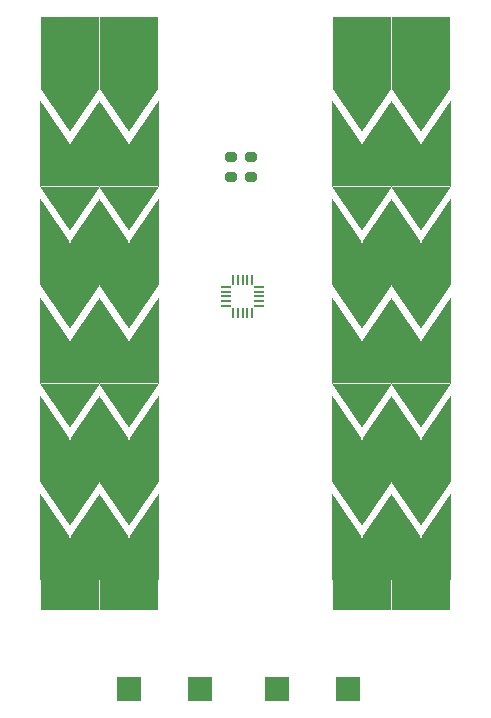
<source format=gbr>
%TF.GenerationSoftware,KiCad,Pcbnew,9.0.0*%
%TF.CreationDate,2025-04-04T14:44:08+08:00*%
%TF.ProjectId,modwheel,6d6f6477-6865-4656-9c2e-6b696361645f,rev?*%
%TF.SameCoordinates,Original*%
%TF.FileFunction,Soldermask,Top*%
%TF.FilePolarity,Negative*%
%FSLAX46Y46*%
G04 Gerber Fmt 4.6, Leading zero omitted, Abs format (unit mm)*
G04 Created by KiCad (PCBNEW 9.0.0) date 2025-04-04 14:44:08*
%MOMM*%
%LPD*%
G01*
G04 APERTURE LIST*
G04 Aperture macros list*
%AMRoundRect*
0 Rectangle with rounded corners*
0 $1 Rounding radius*
0 $2 $3 $4 $5 $6 $7 $8 $9 X,Y pos of 4 corners*
0 Add a 4 corners polygon primitive as box body*
4,1,4,$2,$3,$4,$5,$6,$7,$8,$9,$2,$3,0*
0 Add four circle primitives for the rounded corners*
1,1,$1+$1,$2,$3*
1,1,$1+$1,$4,$5*
1,1,$1+$1,$6,$7*
1,1,$1+$1,$8,$9*
0 Add four rect primitives between the rounded corners*
20,1,$1+$1,$2,$3,$4,$5,0*
20,1,$1+$1,$4,$5,$6,$7,0*
20,1,$1+$1,$6,$7,$8,$9,0*
20,1,$1+$1,$8,$9,$2,$3,0*%
%AMOutline4P*
0 Free polygon, 4 corners , with rotation*
0 The origin of the aperture is its center*
0 number of corners: always 4*
0 $1 to $8 corner X, Y*
0 $9 Rotation angle, in degrees counterclockwise*
0 create outline with 4 corners*
4,1,4,$1,$2,$3,$4,$5,$6,$7,$8,$1,$2,$9*%
%AMFreePoly0*
4,1,14,0.354215,0.088284,0.450784,-0.008285,0.462500,-0.036569,0.462500,-0.060000,0.450784,-0.088284,0.422500,-0.100000,-0.422500,-0.100000,-0.450784,-0.088284,-0.462500,-0.060000,-0.462500,0.060000,-0.450784,0.088284,-0.422500,0.100000,0.325931,0.100000,0.354215,0.088284,0.354215,0.088284,$1*%
%AMFreePoly1*
4,1,14,0.450784,0.088284,0.462500,0.060000,0.462500,0.036569,0.450784,0.008285,0.354215,-0.088284,0.325931,-0.100000,-0.422500,-0.100000,-0.450784,-0.088284,-0.462500,-0.060000,-0.462500,0.060000,-0.450784,0.088284,-0.422500,0.100000,0.422500,0.100000,0.450784,0.088284,0.450784,0.088284,$1*%
%AMFreePoly2*
4,1,14,0.088284,0.450784,0.100000,0.422500,0.100000,-0.422500,0.088284,-0.450784,0.060000,-0.462500,-0.060000,-0.462500,-0.088284,-0.450784,-0.100000,-0.422500,-0.100000,0.325931,-0.088284,0.354215,0.008285,0.450784,0.036569,0.462500,0.060000,0.462500,0.088284,0.450784,0.088284,0.450784,$1*%
%AMFreePoly3*
4,1,14,-0.008285,0.450784,0.088284,0.354215,0.100000,0.325931,0.100000,-0.422500,0.088284,-0.450784,0.060000,-0.462500,-0.060000,-0.462500,-0.088284,-0.450784,-0.100000,-0.422500,-0.100000,0.422500,-0.088284,0.450784,-0.060000,0.462500,-0.036569,0.462500,-0.008285,0.450784,-0.008285,0.450784,$1*%
%AMFreePoly4*
4,1,14,0.450784,0.088284,0.462500,0.060000,0.462500,-0.060000,0.450784,-0.088284,0.422500,-0.100000,-0.325931,-0.100000,-0.354215,-0.088284,-0.450784,0.008285,-0.462500,0.036569,-0.462500,0.060000,-0.450784,0.088284,-0.422500,0.100000,0.422500,0.100000,0.450784,0.088284,0.450784,0.088284,$1*%
%AMFreePoly5*
4,1,14,0.450784,0.088284,0.462500,0.060000,0.462500,-0.060000,0.450784,-0.088284,0.422500,-0.100000,-0.422500,-0.100000,-0.450784,-0.088284,-0.462500,-0.060000,-0.462500,-0.036569,-0.450784,-0.008285,-0.354215,0.088284,-0.325931,0.100000,0.422500,0.100000,0.450784,0.088284,0.450784,0.088284,$1*%
%AMFreePoly6*
4,1,14,0.088284,0.450784,0.100000,0.422500,0.100000,-0.325931,0.088284,-0.354215,-0.008285,-0.450784,-0.036569,-0.462500,-0.060000,-0.462500,-0.088284,-0.450784,-0.100000,-0.422500,-0.100000,0.422500,-0.088284,0.450784,-0.060000,0.462500,0.060000,0.462500,0.088284,0.450784,0.088284,0.450784,$1*%
%AMFreePoly7*
4,1,14,0.088284,0.450784,0.100000,0.422500,0.100000,-0.422500,0.088284,-0.450784,0.060000,-0.462500,0.036569,-0.462500,0.008285,-0.450784,-0.088284,-0.354215,-0.100000,-0.325931,-0.100000,0.422500,-0.088284,0.450784,-0.060000,0.462500,0.060000,0.462500,0.088284,0.450784,0.088284,0.450784,$1*%
G04 Aperture macros list end*
%ADD10RoundRect,0.200000X0.275000X-0.200000X0.275000X0.200000X-0.275000X0.200000X-0.275000X-0.200000X0*%
%ADD11FreePoly0,270.000000*%
%ADD12RoundRect,0.050000X-0.050000X0.412500X-0.050000X-0.412500X0.050000X-0.412500X0.050000X0.412500X0*%
%ADD13FreePoly1,270.000000*%
%ADD14FreePoly2,270.000000*%
%ADD15RoundRect,0.050000X-0.412500X0.050000X-0.412500X-0.050000X0.412500X-0.050000X0.412500X0.050000X0*%
%ADD16FreePoly3,270.000000*%
%ADD17FreePoly4,270.000000*%
%ADD18FreePoly5,270.000000*%
%ADD19FreePoly6,270.000000*%
%ADD20FreePoly7,270.000000*%
%ADD21R,2.100000X2.000000*%
%ADD22R,5.000000X6.111111*%
%ADD23Outline4P,0.000000X-1.250000X0.000000X-1.250000X3.666666X1.250000X-3.666666X1.250000X90.000000*%
%ADD24Outline4P,-3.666666X-1.250000X3.666666X-1.250000X0.000000X1.250000X0.000000X1.250000X90.000000*%
%ADD25Outline4P,-1.833333X0.000000X1.833333X-2.500000X1.833333X2.500000X-1.833333X0.000000X90.000000*%
%ADD26R,5.000000X3.666666*%
%ADD27R,5.000000X6.111110*%
G04 APERTURE END LIST*
D10*
%TO.C,R6*%
X98621750Y-86865000D03*
X98621750Y-88515000D03*
%TD*%
%TO.C,R5*%
X100341750Y-86865000D03*
X100341750Y-88515000D03*
%TD*%
D11*
%TO.C,U1*%
X100445000Y-97252500D03*
D12*
X100045000Y-97252500D03*
X99645000Y-97252500D03*
X99245000Y-97252500D03*
D13*
X98845000Y-97252500D03*
D14*
X98257500Y-97840000D03*
D15*
X98257500Y-98240000D03*
X98257500Y-98640000D03*
X98257500Y-99040000D03*
D16*
X98257500Y-99440000D03*
D17*
X98845000Y-100027500D03*
D12*
X99245000Y-100027500D03*
X99645000Y-100027500D03*
X100045000Y-100027500D03*
D18*
X100445000Y-100027500D03*
D19*
X101032500Y-99440000D03*
D15*
X101032500Y-99040000D03*
X101032500Y-98640000D03*
X101032500Y-98240000D03*
D20*
X101032500Y-97840000D03*
%TD*%
D21*
%TO.C,SW1*%
X102550000Y-131877000D03*
X108550000Y-131877000D03*
%TD*%
D22*
%TO.C,J2*%
X109750000Y-122097223D03*
X114750000Y-122097223D03*
D23*
X108500000Y-119041668D03*
D24*
X111000000Y-119041668D03*
D23*
X113500000Y-119041668D03*
D24*
X116000000Y-119041668D03*
D25*
X109750000Y-116208334D03*
X114750000Y-116208334D03*
D26*
X109750000Y-112541668D03*
X114750000Y-112541668D03*
D23*
X108500000Y-110708335D03*
D24*
X111000000Y-110708335D03*
D23*
X113500000Y-110708335D03*
D24*
X116000000Y-110708335D03*
D25*
X109750000Y-107875001D03*
X114750000Y-107875001D03*
D26*
X109750000Y-104208335D03*
X114750000Y-104208335D03*
D23*
X108500000Y-102375002D03*
D24*
X111000000Y-102375002D03*
D23*
X113500000Y-102375002D03*
D24*
X116000000Y-102375002D03*
D25*
X109750000Y-99541668D03*
X114750000Y-99541668D03*
D26*
X109750000Y-95875002D03*
X114750000Y-95875002D03*
D23*
X108500000Y-94041669D03*
D24*
X111000000Y-94041669D03*
D23*
X113500000Y-94041669D03*
D24*
X116000000Y-94041669D03*
D25*
X109750000Y-91208335D03*
X114750000Y-91208335D03*
D26*
X109750000Y-87541669D03*
X114750000Y-87541669D03*
D23*
X108500000Y-85708336D03*
D24*
X111000000Y-85708336D03*
D23*
X113500000Y-85708336D03*
D24*
X116000000Y-85708336D03*
D25*
X109750000Y-82875002D03*
X114750000Y-82875002D03*
D27*
X109750000Y-77986114D03*
X114750000Y-77986114D03*
%TD*%
D22*
%TO.C,J1*%
X85000000Y-122097223D03*
X90000000Y-122097223D03*
D23*
X83750000Y-119041668D03*
D24*
X86250000Y-119041668D03*
D23*
X88750000Y-119041668D03*
D24*
X91250000Y-119041668D03*
D25*
X85000000Y-116208334D03*
X90000000Y-116208334D03*
D26*
X85000000Y-112541668D03*
X90000000Y-112541668D03*
D23*
X83750000Y-110708335D03*
D24*
X86250000Y-110708335D03*
D23*
X88750000Y-110708335D03*
D24*
X91250000Y-110708335D03*
D25*
X85000000Y-107875001D03*
X90000000Y-107875001D03*
D26*
X85000000Y-104208335D03*
X90000000Y-104208335D03*
D23*
X83750000Y-102375002D03*
D24*
X86250000Y-102375002D03*
D23*
X88750000Y-102375002D03*
D24*
X91250000Y-102375002D03*
D25*
X85000000Y-99541668D03*
X90000000Y-99541668D03*
D26*
X85000000Y-95875002D03*
X90000000Y-95875002D03*
D23*
X83750000Y-94041669D03*
D24*
X86250000Y-94041669D03*
D23*
X88750000Y-94041669D03*
D24*
X91250000Y-94041669D03*
D25*
X85000000Y-91208335D03*
X90000000Y-91208335D03*
D26*
X85000000Y-87541669D03*
X90000000Y-87541669D03*
D23*
X83750000Y-85708336D03*
D24*
X86250000Y-85708336D03*
D23*
X88750000Y-85708336D03*
D24*
X91250000Y-85708336D03*
D25*
X85000000Y-82875002D03*
X90000000Y-82875002D03*
D27*
X85000000Y-77986114D03*
X90000000Y-77986114D03*
%TD*%
D21*
%TO.C,SW2*%
X90050000Y-131881000D03*
X96050000Y-131881000D03*
%TD*%
M02*

</source>
